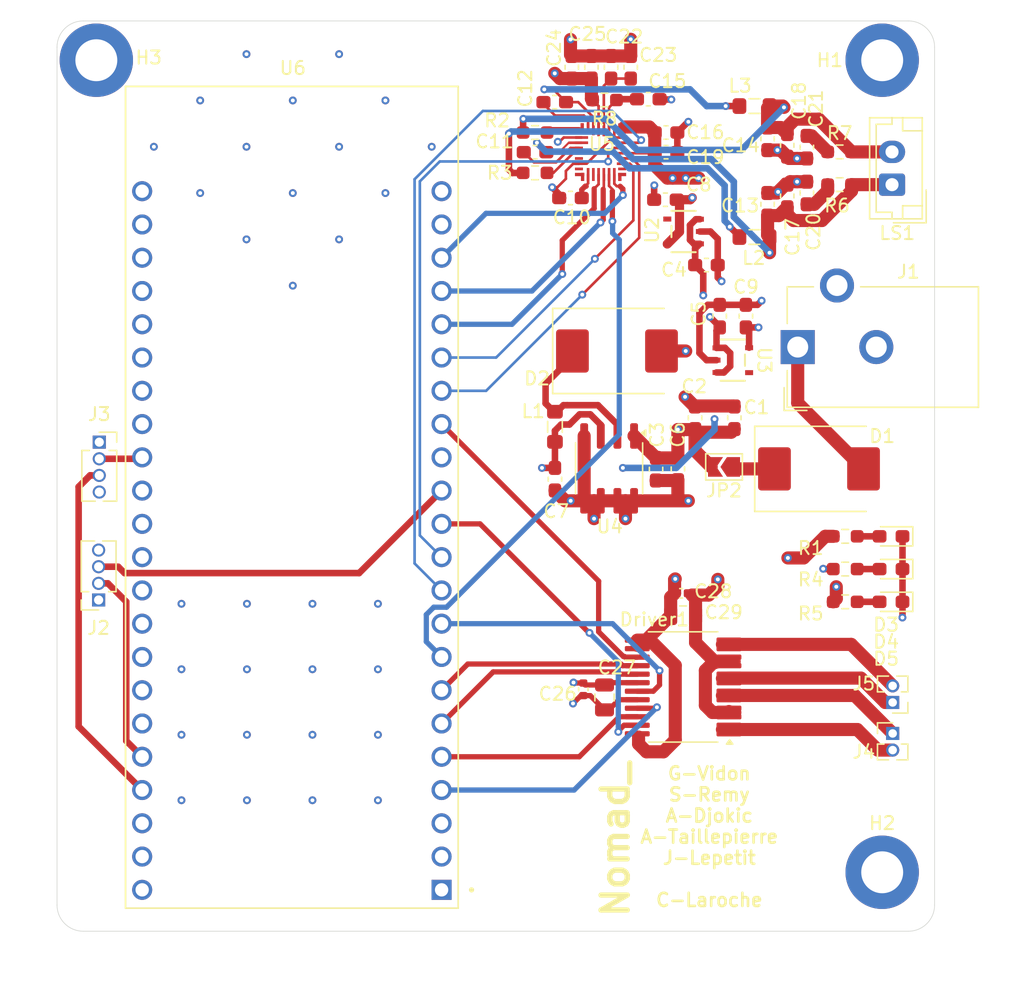
<source format=kicad_pcb>
(kicad_pcb (version 20241229) (generator "pcbnew") (generator_version "9.0")
  (layers (0 "F.Cu" signal) (4 "In1.Cu" signal) (6 "In2.Cu" signal) (2 "B.Cu" signal) (13 "F.Paste" user) (15 "B.Paste" user) (5 "F.SilkS" user "F.Silkscreen") (7 "B.SilkS" user "B.Silkscreen") (1 "F.Mask" user) (3 "B.Mask" user) (25 "Edge.Cuts" user))
  (net 0 "")
  (net 1 "12V")
  (net 2 "GND")
  (net 3 "5V")
  (net 4 "1.8V")
  (net 5 "3.3V")
  (net 6 "Net-(U5-DREG)")
  (net 7 "/OUT_P")
  (net 8 "Net-(U5-BST_P)")
  (net 9 "/OUT_N")
  (net 10 "Net-(U5-BST_N)")
  (net 11 "/VSNS_P")
  (net 12 "/VSNS_N")
  (net 13 "Net-(U5-PVDD_SNS)")
  (net 14 "Net-(C20-Pad1)")
  (net 15 "Net-(C21-Pad1)")
  (net 16 "Net-(U5-VBAT1S)")
  (net 17 "Net-(D1-A)")
  (net 18 "Net-(D2-K)")
  (net 19 "Net-(D3-A)")
  (net 20 "Net-(D4-A)")
  (net 21 "Net-(D5-A)")
  (net 22 "Net-(U5-VSNSN)")
  (net 23 "Net-(U5-VSNSP)")
  (net 25 "SDZ")
  (net 26 "SDIN")
  (net 27 "AIN1")
  (net 28 "STBY")
  (net 29 "SCL")
  (net 30 "PWMB")
  (net 31 "BO2")
  (net 33 "SDA")
  (net 34 "AIN2")
  (net 35 "IRQZ")
  (net 36 "AO2")
  (net 37 "SBCLK")
  (net 38 "FSYNC")
  (net 39 "SDOUT")
  (net 40 "AO1")
  (net 41 "BO1")
  (net 42 "BIN1")
  (net 51 "PWMA")
  (net 52 "BIN2")
  (net 53 "Echo_cap_2")
  (net 54 "Trig_cap_2")
  (net 55 "Trig_cap_1")
  (net 56 "Echo_cap_1")
  (net 75 "Net-(D1-K)")
  (footprint "footprints:SSOP5_ROM-L" (layer "F.Cu") (at 120.83665 54.07895 180)
    (property "Reference" "U2")
    (property "Value" "BU18SD5WG-TL")
  )
  (footprint "Capacitor_SMD:C_0603_1608Metric_Pad1.08x0.95mm_HandSolder" (layer "F.Cu") (at 115.3 41.537499 90)
    (property "Reference" "C22")
    (property "Value" "1u")
  )
  (footprint "Capacitor_SMD:C_0603_1608Metric_Pad1.08x0.95mm_HandSolder" (layer "F.Cu") (at 128.75 51.3625 90)
    (property "Reference" "C17")
    (property "Value" "1nf")
  )
  (footprint "Capacitor_SMD:C_0603_1608Metric_Pad1.08x0.95mm_HandSolder" (layer "F.Cu") (at 128.75 47.5 -90)
    (property "Reference" "C18")
    (property "Value" "1nf")
  )
  (footprint "Connector_JST:JST_EH_B2B-EH-A_1x02_P2.50mm_Vertical" (layer "F.Cu") (at 136.75 50.5 90)
    (property "Reference" "LS1")
    (property "Value" "Speaker")
  )
  (footprint "footprints:XCVR_ESP32-S3-DEVKITC-1-N8R2" (layer "F.Cu") (at 90.93 74.37 180)
    (property "Reference" "U6")
    (property "Value" "ESP32-S3-DEVKITC-1-N8R2")
  )
  (footprint "LED_SMD:LED_0603_1608Metric_Pad1.05x0.95mm_HandSolder" (layer "F.Cu") (at 136.674999 82.35 180)
    (property "Reference" "D5")
    (property "Value" "LED_Small")
  )
  (footprint "MountingHole:MountingHole_3.2mm_M3_DIN965_Pad" (layer "F.Cu") (at 136 41 180)
    (property "Reference" "H1")
    (property "Value" "MountingHole_Pad")
  )
  (footprint "Capacitor_SMD:C_0603_1608Metric_Pad1.08x0.95mm_HandSolder" (layer "F.Cu") (at 130.249999 51.1375 90)
    (property "Reference" "C20")
    (property "Value" "10nf")
  )
  (footprint "Capacitor_SMD:C_0603_1608Metric_Pad1.08x0.95mm_HandSolder" (layer "F.Cu") (at 109.496808 48.0202)
    (property "Reference" "C11")
    (property "Value" "0.1u")
  )
  (footprint "Package_SO:SSOP-24_5.3x8.2mm_P0.65mm" (layer "F.Cu") (at 120.8 88.85 180)
    (property "Reference" "Driver1")
    (property "Value" "TB6612FNG")
  )
  (footprint "Resistor_SMD:R_0603_1608Metric_Pad0.98x0.95mm_HandSolder" (layer "F.Cu") (at 132.75 50.5)
    (property "Reference" "R6")
    (property "Value" "3.3")
  )
  (footprint "Capacitor_SMD:C_0603_1608Metric_Pad1.08x0.95mm_HandSolder" (layer "F.Cu") (at 124.7125 68.3 90)
    (property "Reference" "C1")
    (property "Value" "100n")
  )
  (footprint "Capacitor_SMD:C_0603_1608Metric_Pad1.08x0.95mm_HandSolder" (layer "F.Cu") (at 111.015 72.9875 -90)
    (property "Reference" "C7")
    (property "Value" "180u")
  )
  (footprint "Capacitor_SMD:C_0603_1608Metric_Pad1.08x0.95mm_HandSolder" (layer "F.Cu") (at 118.735 72.225 -90)
    (property "Reference" "C3")
    (property "Value" "470u")
  )
  (footprint "MountingHole:MountingHole_3.2mm_M3_DIN965_Pad" (layer "F.Cu") (at 136 103)
    (property "Reference" "H2")
    (property "Value" "MountingHole_Pad")
  )
  (footprint "Capacitor_SMD:C_0603_1608Metric_Pad1.08x0.95mm_HandSolder" (layer "F.Cu") (at 111 44.2)
    (property "Reference" "C12")
    (property "Value" "0.1u")
  )
  (footprint "Capacitor_SMD:C_0603_1608Metric_Pad1.08x0.95mm_HandSolder" (layer "F.Cu") (at 121.7125 68.3 90)
    (property "Reference" "C2")
    (property "Value" "100u")
  )
  (footprint "LED_SMD:LED_0603_1608Metric_Pad1.05x0.95mm_HandSolder" (layer "F.Cu") (at 136.674999 77.35 180)
    (property "Reference" "D3")
    (property "Value" "LED_Small")
  )
  (footprint "Package_SO:SOIC-8_3.9x4.9mm_P1.27mm" (layer "F.Cu") (at 115.15 72.162501 -90)
    (property "Reference" "U4")
    (property "Value" "XL1509-5.0")
  )
  (footprint "footprints:SSOP5_ROM-L" (layer "F.Cu") (at 124.5946 63.9)
    (property "Reference" "U3")
    (property "Value" "BU33SD5WG-TR")
  )
  (footprint "Capacitor_SMD:C_0603_1608Metric_Pad1.08x0.95mm_HandSolder" (layer "F.Cu") (at 113.8 41.537499 90)
    (property "Reference" "C25")
    (property "Value" "0.1u")
  )
  (footprint "Inductor_SMD:L_0805_2012Metric_Pad1.05x1.20mm_HandSolder" (layer "F.Cu") (at 126.25 44.5)
    (property "Reference" "L3")
    (property "Value" "10u")
  )
  (footprint "Capacitor_SMD:C_0603_1608Metric_Pad1.08x0.95mm_HandSolder" (layer "F.Cu") (at 127.25 47 90)
    (property "Reference" "C14")
    (property "Value" "680n")
  )
  (footprint "Diode_SMD:D_SMC" (layer "F.Cu") (at 115.75 63.2)
    (property "Reference" "D2")
    (property "Value" "MBRS320")
  )
  (footprint "Connector_PinSocket_1.27mm:PinSocket_1x04_P1.27mm_Vertical" (layer "F.Cu") (at 76.225 70.16)
    (property "Reference" "J3")
    (property "Value" "Conn_01x04_Socket")
  )
  (footprint "Capacitor_SMD:C_0603_1608Metric_Pad1.08x0.95mm_HandSolder" (layer "F.Cu") (at 119.496808 46.5202)
    (property "Reference" "C16")
    (property "Value" "1u")
  )
  (footprint "Capacitor_SMD:C_0603_1608Metric_Pad1.08x0.95mm_HandSolder" (layer "F.Cu") (at 119.496808 48.0202)
    (property "Reference" "C19")
    (property "Value" "4.7u")
  )
  (footprint "Resistor_SMD:R_0603_1608Metric_Pad0.98x0.95mm_HandSolder" (layer "F.Cu") (at 109.496808 49.6 180)
    (property "Reference" "R3")
    (property "Value" "1k")
  )
  (footprint "Capacitor_SMD:C_0603_1608Metric_Pad1.08x0.95mm_HandSolder" (layer "F.Cu") (at 112.2 51.5202 180)
    (property "Reference" "C10")
    (property "Value" "1u")
  )
  (footprint "Resistor_SMD:R_0603_1608Metric_Pad0.98x0.95mm_HandSolder" (layer "F.Cu") (at 133.174999 82.35)
    (property "Reference" "R5")
    (property "Value" "82")
  )
  (footprint "MountingHole:MountingHole_3.2mm_M3_DIN965_Pad" (layer "F.Cu") (at 76 41)
    (property "Reference" "H3")
    (property "Value" "MountingHole_Pad")
  )
  (footprint "Connector_PinSocket_1.27mm:PinSocket_1x04_P1.27mm_Vertical" (layer "F.Cu") (at 76.175 82.21 180)
    (property "Reference" "J2")
    (property "Value" "Conn_01x04_Socket")
  )
  (footprint "Connector_PinHeader_1.27mm:PinHeader_1x02_P1.27mm_Vertical" (layer "F.Cu") (at 136.8 92.4)
    (property "Reference" "J5")
    (property "Value" "Conn_01x02_Socket")
  )
  (footprint "Resistor_SMD:R_0603_1608Metric_Pad0.98x0.95mm_HandSolder" (layer "F.Cu") (at 133.174999 77.35)
    (property "Reference" "R1")
    (property "Value" "470")
  )
  (footprint "Capacitor_SMD:C_0603_1608Metric_Pad1.08x0.95mm_HandSolder" (layer "F.Cu") (at 112.3 41.537499 90)
    (property "Reference" "C24")
    (property "Value" "22u")
  )
  (footprint "Capacitor_SMD:C_0402_1005Metric" (layer "F.Cu") (at 113.18125 89.029999 90)
    (property "Reference" "C26")
    (property "Value" "100n")
  )
  (footprint "Inductor_SMD:L_0805_2012Metric_Pad1.05x1.20mm_HandSolder" (layer "F.Cu") (at 126.25 54.5)
    (property "Reference" "L2")
    (property "Value" "10u")
  )
  (footprint "Capacitor_SMD:C_0603_1608Metric_Pad1.08x0.95mm_HandSolder" (layer "F.Cu") (at 123.5946 60.537499 90)
    (property "Reference" "C5")
    (property "Value" "1u")
  )
  (footprint "Connector_PinHeader_1.27mm:PinHeader_1x02_P1.27mm_Vertical" (layer "F.Cu") (at 136.8 90.035 180)
    (property "Reference" "J4")
    (property "Value" "Conn_01x02_Socket")
  )
  (footprint "Capacitor_SMD:C_0603_1608Metric_Pad1.08x0.95mm_HandSolder" (layer "F.Cu") (at 118.140691 43.975)
    (property "Reference" "C15")
    (property "Value" "3.3n")
  )
  (footprint "Resistor_SMD:R_0603_1608Metric_Pad0.98x0.95mm_HandSolder" (layer "F.Cu") (at 114.8 44.037499 180)
    (property "Reference" "R8")
    (property "Value" "2.2k")
  )
  (footprint "footprints:VQFN-HR_RYA_TEX" (layer "F.Cu") (at 114.496808 48.0202)
    (property "Reference" "U5")
    (property "Value" "PTAS2780RYAR")
  )
  (footprint "Capacitor_SMD:C_0603_1608Metric_Pad1.08x0.95mm_HandSolder" (layer "F.Cu") (at 122.58125 56.63915)
    (property "Reference" "C4")
    (property "Value" "1u")
  )
  (footprint "Jumper:SolderJumper-2_P1.3mm_Open_TrianglePad1.0x1.5mm" (layer "F.Cu") (at 123.925001 72.05 180)
    (property "Reference" "JP2")
    (property "Value" "SolderJumper_2_Open")
  )
  (footprint "Capacitor_SMD:C_0603_1608Metric_Pad1.08x0.95mm_HandSolder" (layer "F.Cu") (at 125.5946 60.537499 90)
    (property "Reference" "C9")
    (property "Value" "1u")
  )
  (footprint "Inductor_SMD:L_0805_2012Metric_Pad1.05x1.20mm_HandSolder" (layer "F.Cu") (at 111.015 68.987501 -90)
    (property "Reference" "L1")
    (property "Value" "68u")
  )
  (footprint "Capacitor_SMD:C_0402_1005Metric" (layer "F.Cu") (at 120.65 81.7)
    (property "Reference" "C28")
    (property "Value" "100n")
  )
  (footprint "Capacitor_SMD:C_0603_1608Metric_Pad1.08x0.95mm_HandSolder" (layer "F.Cu") (at 120.4 72.2 -90)
    (property "Reference" "C6")
    (property "Value" "105n")
  )
  (footprint "Resistor_SMD:R_0603_1608Metric_Pad0.98x0.95mm_HandSolder" (layer "F.Cu") (at 109.496808 46.5202)
    (property "Reference" "R2")
    (property "Value" "1k")
  )
  (footprint "Capacitor_SMD:C_0603_1608Metric_Pad1.08x0.95mm_HandSolder" (layer "F.Cu") (at 119.45 51.65 180)
    (property "Reference" "C8")
    (property "Value" "1u")
  )
  (footprint "Resistor_SMD:R_0603_1608Metric_Pad0.98x0.95mm_HandSolder" (layer "F.Cu") (at 133.174999 79.85)
    (property "Reference" "R4")
    (property "Value" "120")
  )
  (footprint "Capacitor_SMD:C_0603_1608Metric_Pad1.08x0.95mm_HandSolder" (layer "F.Cu") (at 127.25 52 -90)
    (property "Reference" "C13")
    (property "Value" "680n")
  )
  (footprint "Capacitor_SMD:C_0805_2012Metric" (layer "F.Cu") (at 120.8 83.4)
    (property "Reference" "C29")
    (property "Value" "10u")
  )
  (footprint "Diode_SMD:D_SMC" (layer "F.Cu") (at 131.175001 72.2)
    (property "Reference" "D1")
    (property "Value" "MBRS320")
  )
  (footprint "Capacitor_SMD:C_0603_1608Metric_Pad1.08x0.95mm_HandSolder" (layer "F.Cu") (at 130.25 47.637499 -90)
    (property "Reference" "C21")
    (property "Value" "10nf")
  )
  (footprint "Capacitor_SMD:C_0805_2012Metric" (layer "F.Cu") (at 114.8 89.650001 90)
    (property "Reference" "C27")
    (property "Value" "10u" (hide yes))
  )
  (footprint "Resistor_SMD:R_0603_1608Metric_Pad0.98x0.95mm_HandSolder" (layer "F.Cu") (at 132.75 48)
    (property "Reference" "R7")
    (property "Value" "3.3")
  )
  (footprint "LED_SMD:LED_0603_1608Metric_Pad1.05x0.95mm_HandSolder" (layer "F.Cu") (at 136.674999 79.85 180)
    (property "Reference" "D4")
    (property "Value" "LED_Small")
  )
  (footprint "Connector_BarrelJack:BarrelJack_CUI_PJ-102AH_Horizontal" (layer "F.Cu") (at 129.55 62.9 90)
    (property "Reference" "J1")
    (property "Value" "Barrel_Jack")
  )
  (footprint "Capacitor_SMD:C_0603_1608Metric_Pad1.08x0.95mm_HandSolder" (layer "F.Cu") (at 116.8 41.537499 90)
    (property "Reference" "C23")
    (property "Value" "0.1u")
  )
  (gr_arc (start 73 40) (mid 73.585786 38.585786) (end 75 38) (stroke (width 0.05)) (layer "Edge.Cuts"))
  (gr_line (start 73 40) (end 73 105.5) (stroke (width 0.05)) (layer "Edge.Cuts"))
  (gr_line (start 140 105.5) (end 140 40) (stroke (width 0.05)) (layer "Edge.Cuts"))
  (gr_line (start 75 107.5) (end 138 107.5) (stroke (width 0.05)) (layer "Edge.Cuts"))
  (gr_arc (start 75 107.5) (mid 73.585786 106.914214) (end 73 105.5) (stroke (width 0.05)) (layer "Edge.Cuts"))
  (gr_line (start 138 38) (end 75 38) (stroke (width 0.05)) (layer "Edge.Cuts"))
  (gr_arc (start 140 105.5) (mid 139.414214 106.914214) (end 138 107.5) (stroke (width 0.05)) (layer "Edge.Cuts"))
  (gr_arc (start 138 38) (mid 139.414214 38.585786) (end 140 40) (stroke (width 0.05)) (layer "Edge.Cuts"))
  (gr_text "G-Vidon\nS-Remy\nA-Djokic\nA-Taillepierre\nJ-Lepetit\n\nC-Laroche\n" (at 122.8 105.7 0) (layer "F.SilkS") (effects (font (size 1 1) (thickness 0.2) (bold yes)) (justify bottom)))
  (gr_text "Nomad_" (at 116.8 100.5 90) (layer "F.SilkS") (effects (font (size 2 2) (thickness 0.4) (bold yes)) (justify bottom)))
  (segment (start 120.2 80.6) (end 120.149 80.651) (width 1) (layer "F.Cu") (net 1))
  (segment (start 128.8 79) (end 130 79) (width 1) (layer "F.Cu") (net 1))
  (segment (start 119.85 81.999) (end 120.149 81.7) (width 1) (layer "F.Cu") (net 1))
  (segment (start 121.7125 69.162501) (end 121.7125 70.818403) (width 1) (layer "F.Cu") (net 1))
  (segment (start 117.4 93.2) (end 117.4 92.676) (width 1) (layer "F.Cu") (net 1))
  (segment (start 119.85 83.4) (end 117.576 85.674) (width 1) (layer "F.Cu") (net 1))
  (segment (start 124.7125 69.242501) (end 124.7125 69.162501) (width 0.5) (layer "F.Cu") (net 1))
  (segment (start 117.060002 69.687501) (end 118.735 71.362499) (width 1) (layer "F.Cu") (net 1))
  (segment (start 119.3 93.8) (end 118 93.8) (width 1) (layer "F.Cu") (net 1))
  (segment (start 124.4725 69.162501) (end 124.7125 69.162501) (width 0.5) (layer "F.Cu") (net 1))
  (segment (start 117.576 85.674) (end 117.3 85.674) (width 1) (layer "F.Cu") (net 1))
  (segment (start 124.474001 69.401) (end 124.7125 69.162501) (width 1) (layer "F.Cu") (net 1))
  (segment (start 111.4 42.4) (end 111 42) (width 1) (layer "F.Cu") (net 1))
  (segment (start 120.2 87.2) (end 120.2 92.9) (width 1) (layer "F.Cu") (net 1))
  (segment (start 117.3 85.275) (end 118.275 85.275) (width 1) (layer "F.Cu") (net 1))
  (segment (start 118.275 85.275) (end 120.2 87.2) (width 1) (layer "F.Cu") (net 1))
  (segment (start 117.055 69.687501) (end 117.060002 69.687501) (width 1) (layer "F.Cu") (net 1))
  (segment (start 112.3 42.4) (end 113.8 42.4) (width 1) (layer "F.Cu") (net 1))
  (segment (start 120.375 71.362499) (end 120.4 71.337499) (width 1) (layer "F.Cu") (net 1))
  (segment (start 118.735 71.362499) (end 120.375 71.362499) (width 1) (layer "F.Cu") (net 1))
  (segment (start 121.675001 69.2) (end 121.7125 69.162501) (width 1) (layer "F.Cu") (net 1))
  (segment (start 120.4 69.2) (end 121.675001 69.2) (width 1) (layer "F.Cu") (net 1))
  (segment (start 130 79) (end 131.65 77.35) (width 1) (layer "F.Cu") (net 1))
  (segment (start 114.346808 44.496807) (end 113.8875 44.037499) (width 0.2) (layer "F.Cu") (net 1))
  (segment (start 113.8 42.4) (end 113.8 43.949999) (width 1) (layer "F.Cu") (net 1))
  (segment (start 131.65 77.35) (end 132.262499 77.35) (width 1) (layer "F.Cu") (net 1))
  (segment (start 119.85 83.4) (end 119.85 81.999) (width 1) (layer "F.Cu") (net 1))
  (segment (start 113.8 43.949999) (end 113.8875 44.037499) (width 1) (layer "F.Cu") (net 1))
  (segment (start 121.7125 69.162501) (end 121.950999 69.401) (width 1) (layer "F.Cu") (net 1))
  (segment (start 120.2 92.9) (end 119.3 93.8) (width 1) (layer "F.Cu") (net 1))
  (segment (start 120.4 71.337499) (end 120.4 69.2) (width 1) (layer "F.Cu") (net 1))
  (segment (start 121.7125 70.818403) (end 122.944097 72.05) (width 1) (layer "F.Cu") (net 1))
  (segment (start 121.950999 69.401) (end 124.474001 69.401) (width 1) (layer "F.Cu") (net 1))
  (segment (start 114.346808 46.3107) (end 114.346808 44.496807) (width 0.2) (layer "F.Cu") (net 1))
  (segment (start 112.3 42.4) (end 111.4 42.4) (width 1) (layer "F.Cu") (net 1))
  (segment (start 120.149 80.651) (end 120.149 81.7) (width 1) (layer "F.Cu") (net 1))
  (segment (start 118 93.8) (end 117.4 93.2) (width 1) (layer "F.Cu") (net 1))
  (via (at 111 42) (size 0.6) (drill 0.3) (layers "F.Cu" "B.Cu") (net 1))
  (via (at 120.4 69.2) (size 0.6) (drill 0.3) (layers "F.Cu" "B.Cu") (net 1))
  (via (at 128.8 79) (size 0.6) (drill 0.3) (layers "F.Cu" "B.Cu") (net 1))
  (via (at 120.2 80.6) (size 0.6) (drill 0.3) (layers "F.Cu" "B.Cu") (net 1))
  (segment (start 115.267599 47.067599) (end 115.546808 46.788391) (width 0.2) (layer "F.Cu") (net 2))
  (segment (start 123.263442 86.974) (end 123.115442 86.974) (width 1) (layer "F.Cu") (net 2))
  (segment (start 121.2 45.7) (end 121.179508 45.7) (width 0.5) (layer "F.Cu") (net 2))
  (segment (start 110.8 50.7) (end 111.6 51.5) (width 0.5) (layer "F.Cu") (net 2))
  (segment (start 112.468749 88.549999) (end 112.43125 88.5125) (width 0.4) (layer "F.Cu") (net 2))
  (segment (start 111.634307 51.5202) (end 111.5202 51.5202) (width 0.5) (layer "F.Cu") (net 2))
  (segment (start 120.315 74.500002) (end 120.477501 74.500003) (width 0.5) (layer "F.Cu") (net 2))
  (segment (start 128.051841 51.051841) (end 127.966182 51.137499) (width 1) (layer "F.Cu") (net 2))
  (segment (start 120.375 73.087501) (end 120.4 73.062501) (width 1) (layer "F.Cu") (net 2))
  (segment (start 122.747471 81.836) (end 123.450999 81.132472) (width 1) (layer "F.Cu") (net 2))
  (segment (start 112.846799 48.9074) (end 112.4 48.9074) (width 0.2) (layer "F.Cu") (net 2))
  (segment (start 111.2 50.7) (end 110.8 50.7) (width 0.2) (layer "F.Cu") (net 2))
  (segment (start 127.25 47.862501) (end 128 47.862501) (width 1) (layer "F.Cu") (net 2))
  (segment (start 123.443751 56.63915) (end 123.443751 57.586051) (width 0.5) (layer "F.Cu") (net 2))
  (segment (start 128.75 50.499999) (end 128.603682 50.499999) (width 1) (layer "F.Cu") (net 2))
  (segment (start 113.245 69.687501) (end 113.245 74.637502) (width 0.5) (layer "F.Cu") (net 2))
  (segment (start 122.5 90.258558) (end 123.041442 90.8) (width 1) (layer "F.Cu") (net 2))
  (segment (start 111.802499 74.637501) (end 111.015 73.850002) (width 0.5) (layer "F.Cu") (net 2))
  (segment (start 128.25 47.862501) (end 128.75 48.362501) (width 1) (layer "F.Cu") (net 2))
  (segment (start 113.282502 74.6) (end 113.245 74.637502) (width 0.5) (layer "F.Cu") (net 2))
  (segment (start 113.331253 88.700002) (end 113.18125 88.549999) (width 0.4) (layer "F.Cu") (net 2))
  (segment (start 113.245 74.637501) (end 111.8025 74.637501) (width 1) (layer "F.Cu") (net 2))
  (segment (start 115.267599 47.067599) (end 115.435198 46.9) (width 0.2) (layer "F.Cu") (net 2))
  (segment (start 113.245 74.637502) (end 112.215 74.637502) (width 0.5) (layer "F.Cu") (net 2))
  (segment (start 130.249999 50.274999) (end 129.5 50.274999) (width 1) (layer "F.Cu") (net 2))
  (segment (start 122.5 87.589442) (end 122.5 90.258558) (width 1) (layer "F.Cu") (net 2))
  (segment (start 113.435198 48.900001) (end 115.267599 47.067599) (width 0.2) (layer "F.Cu") (net 2))
  (segment (start 112.846799 48.900001) (end 112.846799 48.9074) (width 0.2) (layer "F.Cu") (net 2))
  (segment (start 121.750999 67.399) (end 121.7125 67.437499) (width 1) (layer "F.Cu") (net 2))
  (segment (start 114 74.637501) (end 113.245 74.637501) (width 1) (layer "F.Cu") (net 2))
  (segment (start 128.975 50.274999) (end 128.75 50.499999) (width 1) (layer "F.Cu") (net 2))
  (segment (start 123.5946 59.674998) (end 122.679802 59.674998) (width 0.5) (layer "F.Cu") (net 2))
  (segment (start 125.594599 59.674998) (end 123.5946 59.674998) (width 0.5) (layer "F.Cu") (net 2))
  (segment (start 111.230707 47.228699) (end 111.358127 47.228699) (width 0.2) (layer "F.Cu") (net 2))
  (segment (start 119.028192 44) (end 119.003192 43.975) (width 0.5) (layer "F.Cu") (net 2))
  (segment (start 124.7125 67.437499) (end 124.674001 67.399) (width 1) (layer "F.Cu") (net 2))
  (segment (start 137.549998 82.349999) (end 137.549998 77.350001) (width 0.5) (layer "F.Cu") (net 2))
  (segment (start 118.587499 51.65) (end 118.587499 50.562501) (width 0.5) (layer "F.Cu") (net 2))
  (segment (start 128 47.862501) (end 128.25 47.862501) (width 1) (layer "F.Cu") (net 2))
  (segment (start 130.25 48.5) (end 129.5 48.5) (width 1) (layer "F.Cu") (net 2))
  (segment (start 123.115442 86.974) (end 122.5 87.589442) (width 1) (layer "F.Cu") (net 2))
  (segment (start 112.203192 39.417299) (end 112.203192 40.57819) (width 1) (layer "F.Cu") (net 2))
  (segment (start 126.479802 59.674998) (end 126.7946 59.360201) (width 0.5) (layer "F.Cu") (net 2))
  (segment (start 122.594601 63.9) (end 123.35 63.9) (width 0.5) (layer "F.Cu") (net 2))
  (segment (start 120.359308 46.5202) (end 120.359309 48.0202) (width 0.5) (layer "F.Cu") (net 2))
  (segment (start 121.687499 67.437499) (end 120.95 66.7) (width 1) (layer "F.Cu") (net 2))
  (segment (start 129.5 48.5) (end 128.887499 48.5) (width 1) (layer "F.Cu") (net 2))
  (segment (start 128.603682 50.499999) (end 128.051841 51.051841) (width 1) (layer "F.Cu") (net 2))
  (segment (start 112.3 40.674998) (end 116.8 40.674998) (width 1) (layer "F.Cu") (net 2))
  (segment (start 121.75 83.4) (end 121.75 85.460558) (width 1) (layer "F.Cu") (net 2))
  (segment (start 121.179508 45.7) (end 120.359309 46.520199) (width 0.5) (layer "F.Cu") (net 2))
  (segment (start 122.886051 54.07895) (end 122.08125 54.07895) (width 0.5) (layer "F.Cu") (net 2))
  (segment (start 116.4 74.637501) (end 116.4 76) (width 1) (layer "F.Cu") (net 2))
  (segment (start 111.85 50.05) (end 111.2 50.7) (width 0.2) (layer "F.Cu") (net 2))
  (segment (start 124.226 90.8) (end 124.3 90.726) (width 1) (layer "F.Cu") (net 2))
  (segment (start 116.8 40.674998) (end 116.8 39.4) (width 1) (layer "F.Cu") (net 2))
  (segment (start 121.75 82.100001) (end 121.485999 81.836) (width 1) (layer "F.Cu") (net 2))
  (segment (start 125.594599 59.674998) (end 126.479802 59.674998) (width 0.5) (layer "F.Cu") (net 2))
  (segment (start 121.75 83.4) (end 121.75 82.100001) (width 1) (layer "F.Cu") (net 2))
  (segment (start 112.4 48.9074) (end 111.85 49.4574) (width 0.2) (layer "F.Cu") (net 2))
  (segment (start 137.549998 82.349999) (end 137.549998 83.543751) (width 0.5) (layer "F.Cu") (net 2))
  (segment (start 117.3 88.525) (end 115.274999 88.525) (width 0.4) (layer "F.Cu") (net 2))
  (segment (start 112.846799 48.900001) (end 113.435198 48.900001) (width 0.2) (layer "F.Cu") (net 2))
  (segment (start 111.85 49.4574) (end 111.85 50.05) (width 0.2) (layer "F.Cu") (net 2))
  (segment (start 111.6 51.5) (end 111.614107 51.5) (width 0.5) (layer "F.Cu") (net 2))
  (segment (start 123.450999 81.132472) (end 123.450999 80.635001) (width 1) (layer "F.Cu") (net 2))
  (segment (start 129.5 50.274999) (end 128.975 50.274999) (width 1) (layer "F.Cu") (net 2))
  (segment (start 121.7125 67.437499) (end 121.687499 67.437499) (width 1) (layer "F.Cu") (net 2))
  (segment (start 111.686826 46.9) (end 113.05 46.9) (width 0.2) (layer "F.Cu") (net 2))
  (segment (start 122.047301 63.3527) (end 122.594601 63.9) (width 0.5) (layer "F.Cu") (net 2))
  (segment (start 123.443751 54.636651) (end 122.886051 54.07895) (width 0.5) (layer "F.Cu") (net 2))
  (segment (start 121.2 74.637501) (end 117.055 74.637501) (width 1) (layer "F.Cu") (net 2))
  (segment (start 115.546808 46.788391) (end 115.546808 46.1202) (width 0.2) (layer "F.Cu") (net 2))
  (segment (start 115.274999 88.525) (end 115.099997 88.700002) (width 0.4) (layer "F.Cu") (net 2))
  (segment (start 124.75 90.8) (end 124.05 90.8) (width 1) (layer "F.Cu") (net 2))
  (segment (start 111.614107 51.5) (end 111.634307 51.5202) (width 0.5) (layer "F.Cu") (net 2))
  (segment (start 119.15 63.2) (end 121 63.2) (width 1) (layer "F.Cu") (net 2))
  (segment (start 128.887499 48.5) (end 128.75 48.362501) (width 1) (layer "F.Cu") (net 2))
  (segment (start 124.674001 67.399) (end 121.750999 67.399) (width 1) (layer "F.Cu") (net 2))
  (segment (start 123.041442 90.8) (end 124.226 90.8) (width 1) (layer "F.Cu") (net 2))
  (segment (start 113.245 74.637501) (end 113.245 69.687501) (width 1) (layer "F.Cu") (net 2))
  (segment (start 122.047301 60.307499) (end 122.047301 63.3527) (width 0.5) (layer "F.Cu") (net 2))
  (segment (start 120.4 74.415002) (end 120.215002 74.6) (width 1) (layer "F.Cu") (net 2))
  (segment (start 112.215 74.637502) (end 111.802499 74.637501) (width 0.5) (layer "F.Cu") (net 2))
  (segment (start 112.203192 40.57819) (end 112.3 40.674998) (width 1) (layer "F.Cu") (net 2))
  (segment (start 118.587499 50.562501) (end 118.6 50.55) (width 0.5) (layer "F.Cu") (net 2))
  (segment (start 125.594599 59.674998) (end 125.5946 59.7602) (width 0.5) (layer "F.Cu") (net 2))
  (segment (start 127.966182 51.137499) (end 127.25 51.137499) (width 1) (layer "F.Cu") (net 2))
  (segment (start 122.679802 59.674998) (end 122.047301 60.307499) (width 0.5) (layer "F.Cu") (net 2))
  (segment (start 115.435198 46.9) (end 116.146818 46.9) (width 0.2) (layer "F.Cu") (net 2))
  (segment (start 115.099997 88.700002) (end 113.331253 88.700002) (width 0.4) (layer "F.Cu") (net 2))
  (segment (start 119.9 44) (end 119.028192 44) (width 0.5) (layer "F.Cu") (net 2))
  (segment (start 123.443751 56.63915) (end 123.443751 54.636651) (width 0.5) (layer "F.Cu") (net 2))
  (segment (start 123.443751 57.586051) (end 123.73665 57.87895) (width 0.5) (layer "F.Cu") (net 2))
  (segment (start 120.315 74.500002) (end 120.215002 74.6) (width 0.5) (layer "F.Cu") (net 2))
  (segment (start 111.358127 47.228699) (end 111.686826 46.9) (width 0.2) (layer "F.Cu") (net 2))
  (segment (start 117.055 74.637501) (end 116.4 74.637501) (width 1) (layer "F.Cu") (net 2))
  (segment (start 121.75 85.460558) (end 123.263442 86.974) (width 1) (layer "F.Cu") (net 2))
  (segment (start 114 74.637501) (end 114 76) (width 1) (layer "F.Cu") (net 2))
  (segment (start 118.735 73.087501) (end 120.375 73.087501) (width 1) (layer "F.Cu") (net 2))
  (segment (start 137.549998 83.543751) (end 137.543749 83.55) (width 0.5) (layer "F.Cu") (net 2))
  (segment (start 112.41875 88.5125) (end 112.43125 88.5125) (width 0.3) (layer "F.Cu") (net 2))
  (segment (start 120.4 73.062501) (end 120.4 74.415002) (width 1) (layer "F.Cu") (net 2))
  (segment (start 124.7 86.9) (end 124 86.9) (width 1) (layer "F.Cu") (net 2))
  (segment (start 116.4 74.637501) (end 114 74.637501) (width 1) (layer "F.Cu") (net 2))
  (segment (start 111.8025 74.637501) (end 111.015 73.850001) (width 1) (layer "F.Cu") (net 2))
  (segment (start 113.18125 88.549999) (end 112.468749 88.549999) (width 0.4) (layer "F.Cu") (net 2))
  (segment (start 121.485999 81.836) (end 122.747471 81.836) (width 1) (layer "F.Cu") (net 2))
  (via (at 98.071068 44.071068) (size 0.6) (drill 0.3) (layers "F.Cu" "B.Cu") (net 2))
  (via (at 97.5 87.5) (size 0.6) (drill 0.3) (layers "F.Cu" "B.Cu") (net 2))
  (via (at 94.535534 40.535534) (size 0.6) (drill 0.3) (layers "F.Cu" "B.Cu") (net 2))
  (via (at 87.5 82.5) (size 0.6) (drill 0.3) (layers "F.Cu" "B.Cu") (net 2))
  (via (at 123.73665 57.87895) (size 0.6) (drill 0.3) (layers "F.Cu" "B.Cu") (net 2))
  (via (at 119.9 44) (size 0.6) (drill 0.3) (layers "F.Cu" "B.Cu") (net 2))
  (via (at 87.464466 47.606602) (size 0.6) (drill 0.3) (layers "F.Cu" "B.Cu") (net 2))
  (via (at 91 51.142136) (size 0.6) (drill 0.3) (layers "F.Cu" "B.Cu") (net 2))
  (via (at 97.5 97.5) (size 0.6) (drill 0.3) (layers "F.Cu" "B.Cu") (net 2))
  (via (at 129.5 48.5) (size 0.6) (drill 0.3) (layers "F.Cu" "B.Cu") (net 2))
  (via (at 111.230707 47.228699) (size 0.6) (drill 0.3) (layers "F.Cu" "B.Cu") (net 2))
  (via (at 87.464466 54.67767) (size 0.6) (drill 0.3) (layers "F.Cu" "B.Cu") (net 2))
  (via (at 83.928932 44.071068) (size 0.6) (drill 0.3) (layers "F.Cu" "B.Cu") (net 2))
  (via (at 118.6 50.55) (size 0.6) (drill 0.3) (layers "F.Cu" "B.Cu") (net 2))
  (via (at 121.2 74.637501) (size 0.6) (drill 0.3) (layers "F.Cu" "B.Cu") (net 2))
  (via (at 110.8 50.7) (size 0.6) (drill 0.3) (layers "F.Cu" "B.Cu") (net 2))
  (via (at 128.051841 51.051841) (size 0.6) (drill 0.3) (layers "F.Cu" "B.Cu") (net 2))
  (via (at 92.5 87.5) (size 0.6) (drill 0.3) (layers "F.Cu" "B.Cu") (net 2))
  (via (at 91 44.071068) (size 0.6) (drill 0.3) (layers "F.Cu" "B.Cu") (net 2))
  (via (at 123.450999 80.635001) (size 0.6) (drill 0.3) (layers "F.Cu" "B.Cu") (net 2))
  (via (at 137.543749 83.55) (size 0.6) (drill 0.3) (layers "F.Cu" "B.Cu") (net 2))
  (via (at 112.43125 88.5125) (size 0.6) (drill 0.3) (layers "F.Cu" "B.Cu") (net 2))
  (via (at 87.464466 40.535534) (size 0.6) (drill 0.3) (layers "F.Cu" "B.Cu") (net 2))
  (via (at 80.393398 47.606602) (size 0.6) (drill 0.3) (layers "F.Cu" "B.Cu") (net 2))
  (via (at 121.2 45.7) (size 0.6) (drill 0.3) (layers "F.Cu" "B.Cu") (net 2))
  (via (at 112.215 74.637502) (size 0.6) (drill 0.3) (layers "F.Cu" "B.Cu") (net 2))
  (via (at 112.203192 39.417299) (size 0.6) (drill 0.3) (layers "F.Cu" "B.Cu") (net 2))
  (via (at 91 58.213203) (size 0.6) (drill 0.3) (layers "F.Cu" "B.Cu") (net 2))
  (via (at 87.5 87.5) (size 0.6) (drill 0.3) (layers "F.Cu" "B.Cu") (net 2))
  (via (at 101.606602 47.606602) (size 0.6) (drill 0.3) (layers "F.Cu" "B.Cu") (net 2))
  (via (at 97.5 92.5) (size 0.6) (drill 0.3) (layers "F.Cu" "B.Cu") (net 2))
  (via (at 82.5 87.5) (size 0.6) (drill 0.3) (layers "F.Cu" "B.Cu") (net 2))
  (via (at 94.535534 54.67767) (size 0.6) (drill 0.3) (layers "F.Cu" "B.Cu") (net 2))
  (via (at 116.8 39.4) (size 0.6) (drill 0.3) (layers "F.Cu" "B.Cu") (net 2))
  (via (at 121 63.2) (size 0.6) (drill 0.3) (layers "F.Cu" "B.Cu") (net 2))
  (via (at 94.535534 47.606602) (size 0.6) (drill 0.3) (layers "F.Cu" "B.Cu") (net 2))
  (via (at 126.7946 59.360201) (size 0.6) (drill 0.3) (layers "F.Cu" "B.Cu") (net 2))
  (via (at 98.071068 51.142136) (size 0.6) (drill 0.3) (layers "F.Cu" "B.Cu") (net 2))
  (via (at 116.4 76) (size 0.6) (drill 0.3) (layers "F.Cu" "B.Cu") (net 2))
  (via (at 83.928932 51.142136) (size 0.6) (drill 0.3) (layers "F.Cu" "B.Cu") (net 2))
  (via (at 82.5 97.5) (size 0.6) (drill 0.3) (layers "F.Cu" "B.Cu") (net 2))
  (via (at 114 76) (size 0.6) (drill 0.3) (layers "F.Cu" "B.Cu") (net 2))
  (via (at 92.5 82.5) (size 0.6) (drill 0.3) (layers "F.Cu" "B.Cu") (net 2))
  (via (at 87.5 92.5) (size 0.6) (drill 0.3) (layers "F.Cu" "B.Cu") (net 2))
  (via (at 128 47.862501) (size 0.6) (drill 0.3) (layers "F.Cu" "B.Cu") (net 2))
  (via (at 82.5 92.5) (size 0.6) (drill 0.3) (layers "F.Cu" "B.Cu") (net 2))
  (via (at 87.5 97.5) (size 0.6) (drill 0.3) (layers "F.Cu" "B.Cu") (net 2))
  (via (at 92.5 92.5) (size 0.6) (drill 0.3) (layers "F.Cu" "B.Cu") (net 2))
  (via (at 97.5 82.5) (size 0.6) (drill 0.3) (layers "F.Cu" "B.Cu") (net 2))
  (via (at 92.5 97.5) (size 0.6) (drill 0.3) (layers "F.Cu" "B.Cu") (net 2))
  (via (at 129.5 50.274999) (size 0.6) (drill 0.3) (layers "F.Cu" "B.Cu") (net 2))
  (via (at 82.5 82.5) (size 0.6) (drill 0.3) (layers "F.Cu" "B.Cu") (net 2))
  (via (at 120.95 66.7) (size 0.6) (drill 0.3) (layers "F.Cu" "B.Cu") (net 2))
  (segment (start 124.3946 63.3602) (end 123.9946 62.9602) (width 0.5) (layer "F.Cu") (net 3))
  (segment (start 121.32545 54.72045) (end 121.32545 53.59015) (width 0.5) (layer "F.Cu") (net 3))
  (segment (start 123.35 64.8398) (end 123.915 64.8398) (width 0.5) (layer "F.Cu") (net 3))
  (segment (start 122.08125 55.01875) (end 121.62375 55.01875) (width 0.5) (layer "F.Cu") (net 3))
  (segment (start 121.718749 56.661049) (end 121.718749 56.63915) (width 0.5) (layer "F.Cu") (net 3))
  (segment (start 111.015 72.125) (end 111.015 70.137501) (width 0.5) (layer "F.Cu") (net 3))
  (segment (start 114.515 68.837501) (end 113.715 68.037501) (width 0.5) (layer "F.Cu") (net 3))
  (segment (start 121.718749 56.63915) (end 121.718749 55.97895) (width 0.5) (layer "F.Cu") (net 3))
  (segment (start 123.915 64.8398) (end 124.3946 64.3602) (width 0.5) (layer "F.Cu") (net 3))
  (segment (start 122.85 60.6) (end 123.5946 61.3446) (width 0.5) (layer "F.Cu") (net 3))
  (segment (start 121.718749 55.113749) (end 121.718749 55.97895) (width 0.5) (layer "F.Cu") (net 3))
  (segment (start 114.515001 69.687501) (end 114.515 68.837501) (width 0.5) (layer "F.Cu") (net 3))
  (segment (start 123.9946 62.9602) (end 123.35 62.9602) (width 0.5) (layer "F.Cu") (net 3))
  (segment (start 122.33665 58.95395) (end 122.33665 57.27895) (width 0.5) (layer "F.Cu") (net 3))
  (segment (start 110.024999 72.124999) (end 110 72.1) (width 0.5) (layer "F.Cu") (net 3))
  (segment (start 123.35 61.644599) (end 123.5946 61.4) (width 0.5) (layer "F.Cu") (net 3))
  (segment (start 113.715 68.037501) (end 112.9 68.037501) (width 0.5) (layer "F.Cu") (net 3))
  (segment (start 121.718749 55.97895) (end 121.718749 55.381251) (width 0.5) (layer "F.Cu") (net 3))
  (segment (start 122.33665 57.27895) (end 121.718749 56.661049) (width 0.5) (layer "F.Cu") (net 3))
  (segment (start 112.124 68.813501) (end 112.9 68.037501) (width 0.5) (layer "F.Cu") (net 3))
  (segment (start 123.5946 61.3446) (end 123.5946 61.4) (width 0.5) (layer "F.Cu") (net 3))
  (segment (start 121.718749 55.381251) (end 122.08125 55.01875) (width 0.5) (layer "F.Cu") (net 3))
  (segment (start 111.486499 68.813501) (end 112.124 68.813501) (width 0.5) (layer "F.Cu") (net 3))
  (segment (start 111.486499 68.813501) (end 111.015 69.285) (width 0.5) (layer "F.Cu") (net 3))
  (segment (start 121.32545 53.59015) (end 121.77645 53.13915) (width 0.5) (layer "F.Cu") (net 3))
  (segment (start 123.35 62.9602) (end 123.35 61.644599) (width 0.5) (layer "F.Cu") (net 3))
  (segment (start 121.77645 53.13915) (end 122.08125 53.13915) (width 0.5) (layer "F.Cu") (net 3))
  (segment (start 111.015 69.285) (end 111.015 70.137501) (width 0.5) (layer "F.Cu") (net 3))
  (segment (start 124.3946 64.3602) (end 124.3946 63.3602) (width 0.5) (layer "F.Cu") (net 3))
  (segment (start 111.015 72.124999) (end 110.024999 72.124999) (width 0.5) (layer "F.Cu") (net 3))
  (segment (start 121.62375 55.01875) (end 121.32545 54.72045) (width 0.5) (layer "F.Cu") (net 3))
  (via (at 122.85 60.6) (size 0.6) (drill 0.3) (layers "F.Cu" "B.Cu") (net 3))
  (via (at 116.2 72.124999) (size 0.6) (drill 0.3) (layers "F.Cu" "B.Cu") (net 3))
  (via (at 122.33665 58.95395) (size 0.6) (drill 0.3) (layers "F.Cu" "B.Cu") (net 3))
  (via (at 123.2 68.4) (size 0.6) (drill 0.3) (layers "F.Cu" "B.Cu") (net 3))
  (via (at 110.024999 72.124999) (size 0.6) (drill 0.3) (layers "F.Cu" "B.Cu") (net 3))
  (segment (start 120.275001 72.124999) (end 116.2 72.124999) (width 0.5) (layer "B.Cu") (net 3))
  (segment (start 123.2 69.2) (end 120.275001 72.124999) (width 0.5) (layer "B.Cu") (net 3))
  (segment (start 123.2 68.4) (end 123.2 69.2) (width 0.5) (layer "B.Cu") (net 3))
  (segment (start 119.6 50.0004) (end 118.634307 49.034707) (width 1) (layer "F.Cu") (net 4))
  (segment (start 120.52445 54.09905) (end 120.52445 51.861949) (width 0.7) (layer "F.Cu") (net 4))
  (segment (start 122 50.0004) (end 121 50.0004) (width 1) (layer "F.Cu") (net 4))
  (segment (start 121 50.0004) (end 120 50.0004) (width 1) (layer "F.Cu") (net 4))
  (segment (start 132.494749 82.11775) (end 132.262499 82.35) (width 1) (layer "F.Cu") (net 4))
  (segment (start 118.211508 46.0974) (end 116.349408 46.0974) (width 1) (layer "F.Cu") (net 4))
  (segment (start 116.146817 48.100001) (end 118.45 48.1) (width 0.2) (layer "F.Cu") (net 4))
  (segment (start 118.634308 46.5202) (end 118.634307 48.0202) (width 1) (layer "F.Cu") (net 4))
  (segment (start 120.52445 51.861949) (end 120.312501 51.65) (width 0.7) (layer "F.Cu") (net 4))
  (segment (start 120 50.0004) (end 119.6 50.0004) (width 1) (layer "F.Cu") (net 4))
  (segment (start 118.634308 46.5202) (end 118.211508 46.0974) (width 1) (layer "F.Cu") (net 4))
  (segment (start 118.45 48.1) (end 118.5298 48.0202) (width 0.2) (layer "F.Cu") (net 4))
  (segment (start 118.554506 48.100001) (end 118.634307 48.0202) (width 0.15) (layer "F.Cu") (net 4))
  (segment (start 132.494749 81.2) (end 132.494749 82.11775) (width 1) (layer "F.Cu") (net 4))
  (segment (start 121.5 51.5) (end 121.35 51.65) (width 0.7) (layer "F.Cu") (net 4))
  (segment (start 118.5298 48.0202) (end 118.634307 48.0202) (width 0.2) (layer "F.Cu") (net 4))
  (segment (start 118.634307 49.034707) (end 118.634307 48.0202) (width 1) (layer "F.Cu") (net 4))
  (segment (start 121.35 51.65) (end 120.312501 51.65) (width 0.7) (layer "F.Cu") (net 4))
  (segment (start 119.59205 55.03145) (end 120.52445 54.09905) (width 0.7) (layer "F.Cu") (net 4))
  (via (at 121.5 51.5) (size 0.6) (drill 0.3) (layers "F.Cu" "B.Cu") (net 4))
  (via (at 121 50.0004) (size 0.6) (drill 0.3) (layers "F.Cu" "B.Cu") (net 4))
  (via (at 120 50.0004) (size 0.6) (drill 0.3) (layers "F.Cu" "B.Cu") (net 4))
  (via (at 122 50.0004) (size 0.6) (drill 0.3) (layers "F.Cu" "B.Cu") (net 4))
  (via (at 132.494749 81.2) (size 0.6) (drill 0.3) (layers "F.Cu" "B.Cu") (net 4))
  (segment (start 125.8392 61.6446) (end 125.5946 61.4) (width 0.5) (layer "F.Cu") (net 5))
  (segment (start 113.709999 89.509999) (end 114.962501 90.7625) (width 0.4) (layer "F.Cu") (net 5))
  (segment (start 125.8392 62.9475) (end 125.8392 61.6446) (width 0.5) (layer "F.Cu") (net 5))
  (segment (start 114.962501 90.7625) (end 115.9 89.825) (width 0.4) (layer "F.Cu") (net 5))
  (segment (start 113.18125 89.509999) (end 112.996251 89.509999) (width 0.4) (layer "F.Cu") (net 5))
  (segment (start 131.518748 79.85) (end 132.262499 79.85) (width 0.5) (layer "F.Cu") (net 5))
  (segment (start 113.18125 89.509999) (end 113.709999 89.509999) (width 0.4) (layer "F.Cu") (net 5))
  (segment (start 126.5548 61.4) (end 125.5946 61.4) (width 0.5) (layer "F.Cu") (net 5))
  (segment (start 131.493749 79.825) (end 131.518748 79.85) (width 0.5) (layer "F.Cu") (net 5))
  (segment (start 112.996251 89.509999) (end 112.39375 90.1125) (width 0.4) (layer "F.Cu") (net 5))
  (segment (start 115.9 89.825) (end 117.3 89.825) (width 0.4) (layer "F.Cu") (net 5))
  (via (at 126.5548 61.4) (size 0.6) (drill 0.3) (layers "F.Cu" "B.Cu") (net 5))
  (via (at 112.39375 90.1125) (size 0.6) (drill 0.3) (layers "F.Cu" "B.Cu") (net 5))
  (via (at 131.493749 79.825) (size 0.6) (drill 0.3) (layers "F.Cu" "B.Cu") (net 5))
  (segment (start 113.062501 50.884306) (end 113.325512 50.621295) (width 0.4) (layer "F.Cu") (net 6))
  (segment (start 113.546807 50.4) (end 113.325512 50.621295) (width 0.2) (layer "F.Cu") (net 6))
  (segment (start 113.546807 49.725) (end 113.546807 50.4) (width 0.2) (layer "F.Cu") (net 6))
  (segment (start 113.325512 50.621295) (end 113.4 50.621295) (width 0.4) (layer "F.Cu") (net 6))
  (segment (start 113.062501 51.5202) (end 113.062501 50.884306) (width 0.4) (layer "F.Cu") (net 6))
  (segment (start 110.359309 48.0202) (end 111.348056 48.0202) (width 0.15) (layer "F.Cu") (net 7))
  (segment (start 109.639109 47.3) (end 110.359309 48.0202) (width 0.5) (layer "F.Cu") (net 7))
  (segment (start 124.3625 53.7125) (end 125.1 54.45) (width 0.5) (layer "F.Cu") (net 7))
  (segment (start 111.348056 48.0202) (end 112.068257 47.299999) (width 0.15) (layer "F.Cu") (net 7))
  (segment (start 110.359309 48.0202) (end 110.2202 48.0202) (width 0.15) (layer "F.Cu") (net 7))
  (segment (start 113.05 47.299999) (end 112.5 47.299999) (width 0.2) (layer "F.Cu") (net 7))
  (segment (start 112.068257 47.299999) (end 112.5 47.299999) (width 0.15) (layer "F.Cu") (net 7))
  (segment (start 112.5 47.299999) (end 112.1 47.299999) (width 0.2) (layer "F.Cu") (net 7))
  (via (at 109.639109 47.3) (size 0.6) (drill 0.3) (layers "F.Cu" "B.Cu") (net 7))
  (via (at 124.3625 53.7125) (size 0.6) (drill 0.3) (layers "F.Cu" "B.Cu") (net 7))
  (segment (start 110.317808 47.978699) (end 115.433304 47.978699) (width 0.5) (layer "B.Cu") (net 7))
  (segment (start 122.659036 49.2504) (end 123.972575 50.563939) (width 0.5) (layer "B.Cu") (net 7))
  (segment (start 124.35 53.629289) (end 124.35 53.7) (width 0.5) (layer "B.Cu") (net 7))
  (segment (start 115.433304 47.978699) (end 116.705005 49.2504) (width 0.5) (layer "B.Cu") (net 7))
  (segment (start 109.639109 47.3) (end 110.317808 47.978699) (width 0.5) (layer "B.Cu") (net 7))
  (segment (start 123.972575 53.251864) (end 124.35 53.629289) (width 0.5) (layer "B.Cu") (net 7))
  (segment (start 123.972575 50.563939) (end 123.972575 53.251864) (width 0.5) (layer "B.Cu") (net 7))
  (segment (start 124.35 53.7) (end 124.3625 53.7125) (width 0.5) (layer "B.Cu") (net 7))
  (segment (start 116.705005 49.2504) (end 122.659036 49.2504) (width 0.5) (layer "B.Cu") (net 7))
  (segment (start 109.410307 48.7962) (end 111.1038 48.7962) (width 0.2) (layer "F.Cu") (net 8))
  (segment (start 111.1038 48.7962) (end 112.199998 47.700002) (width 0.2) (layer "F.Cu") (net 8))
  (segment (start 108.634307 48.0202) (end 109.410307 48.7962) (width 0.2) (layer "F.Cu") (net 8))
  (segment (start 112.199998 47.700002) (end 112.846799 47.700002) (width 0.2) (layer "F.Cu") (net 8))
  (segment (start 111.862501 44.2) (end 110.887501 43.225) (width 0.2) (layer "F.Cu") (net 9))
  (segment (start 112.794366 44.2) (end 111.862501 44.2) (width 0.2) (layer "F.Cu") (net 9))
  (segment (start 113.946809 46.2726) (end 113.946809 45.352443) (width 0.2) (layer "F.Cu") (net 9))
  (segment (start 125.1 44.5) (end 124.05 44.5) (width 0.5) (layer "F.Cu") (net 9))
  (segment (start 110.887501 43.225) (end 110.2 43.225) (width 0.2) (layer "F.Cu") (net 9))
  (segment (start 113.946809 45.352443) (end 112.794366 44.2) (width 0.2) (layer "F.Cu") (net 9))
  (via (at 124.05 44.5) (size 0.6) (drill 0.3) (layers "F.Cu" "B.Cu") (net 9))
  (via (at 110.2 43.225) (size 0.6) (drill 0.3) (layers "F.Cu" "B.Cu") (net 9))
  (segment (start 121.325 43.225) (end 110.2 43.225) (width 0.5) (layer "B.Cu") (net 9))
  (segment (start 122.6 44.5) (end 121.325 43.225) (width 0.5) (layer "B.Cu") (net 9))
  (segment (start 124.05 44.5) (end 122.6 44.5) (width 0.5) (layer "B.Cu") (net 9))
  (segment (start 110.137499 44.337499) (end 110.137499 44.2) (width 0.2) (layer "F.Cu") (net 10))
  (segment (start 113.546807 45.544101) (end 113.227706 45.225) (width 0.2) (layer "F.Cu") (net 10))
  (segment (start 113.227706 45.225) (end 111.025 45.225) (width 0.2) (layer "F.Cu") (net 10))
  (segment (start 113.546807 46.1202) (end 113.546807 45.544101) (width 0.2) (layer "F.Cu") (net 10))
  (segment (start 111.025 45.225) (end 110.137499 44.337499) (width 0.2) (layer "F.Cu") (net 10))
  (segment (start 133.6625 50.975) (end 133.6625 50.5) (width 1) (layer "F.Cu") (net 11))
  (segment (start 107.5 46.6) (end 107.5 49.35) (width 0.5) (layer "F.Cu") (net 11))
  (segment (start 107.759308 49.609308) (end 108.575 49.609308) (width 0.5) (layer "F.Cu") (net 11))
  (segment (start 127.25 54.35) (end 127.4 54.5) (width 1) (layer "F.Cu") (net 11))
  (segment (start 107.5 49.35) (end 107.759308 49.609308) (width 0.5) (layer "F.Cu") (net 11))
  (segment (start 133.6625 50.5) (end 136.75 50.5) (width 1) (layer "F.Cu") (net 11))
  (segment (start 128.75 52.225001) (end 128.1125 52.862501) (width 1) (layer "F.Cu") (net 11))
  (segment (start 131.398999 53.238501) (end 133.6625 50.975) (width 1) (layer "F.Cu") (net 11))
  (segment (start 127.25 52.862501) (end 127.25 54.35) (width 1) (layer "F.Cu") (net 11))
  (segment (start 127.4 54.5) (end 127.4 55.7) (width 1) (layer "F.Cu") (net 11))
  (segment (start 128.75 52.225001) (end 128.75 52.762501) (width 1) (layer "F.Cu") (net 11))
  (segment (start 128.1125 52.862501) (end 127.25 52.862501) (width 1) (layer "F.Cu") (net 11))
  (segment (start 128.75 52.762501) (end 129.226 53.238501) (width 1) (layer "F.Cu") (net 11))
  (segment (start 129.226 53.238501) (end 131.398999 53.238501) (width 1) (layer "F.Cu") (net 11))
  (segment (start 108.575 49.609308) (end 108.584308 49.6) (width 0.5) (layer "F.Cu") (net 11))
  (via (at 107.5 46.6) (size 0.6) (drill 0.3) (layers "F.Cu" "B.Cu") (net 11))
  (via (at 127.4 55.7) (size 0.6) (drill 0.3) (layers "F.Cu" "B.Cu") (net 11))
  (segment (start 116.995369 48.5494) (end 122.9494 48.5494) (width 0.5) (layer "B.Cu") (net 11))
  (segment (start 124.673575 52.9615) (end 127.4 55.687925) (width 0.5) (layer "B.Cu") (net 11))
  (segment (start 114.888382 46.442413) (end 116.995369 48.5494) (width 0.5) (layer "B.Cu") (net 11))
  (segment (start 124.673575 50.273575) (end 124.673575 52.9615) (width 0.5) (layer "B.Cu") (net 11))
  (segment (start 107.5 46.6) (end 107.657587 46.442413) (width 0.5) (layer "B.Cu") (net 11))
  (segment (start 127.4 55.687925) (end 127.4 55.7) (width 0.5) (layer "B.Cu") (net 11))
  (segment (start 107.657587 46.442413) (end 114.888382 46.442413) (width 0.5) (layer "B.Cu") (net 11))
  (segment (start 122.9494 48.5494) (end 124.673575 50.273575) (width 0.5) (layer "B.Cu") (net 11))
  (segment (start 127.25 46.137499) (end 128.25 46.137499) (width 1) (layer "F.Cu") (net 12))
  (segment (start 127.25 44.65) (end 127.4 44.5) (width 1) (layer "F.Cu") (net 12))
  (segment (start 108.584308 45.490692) (end 108.584308 46.5202) (width 0.5) (layer "F.Cu") (net 12))
  (segment (start 128.75 46.099999) (end 129.349999 45.5) (width 1) (layer "F.Cu") (net 12))
  (segment (start 127.25 46.137499) (end 127.25 44.65) (width 1) (layer "F.Cu") (net 12))
  (segment (start 129.349999 45.5) (end 131.1625 45.5) (width 1) (layer "F.Cu") (net 12))
  (segment (start 128.4 44.5) (end 128.5 44.6) (width 1) (layer "F.Cu") (net 12))
  (segment (start 128.25 46.137499) (end 128.75 46.637499) (width 1) (layer "F.Cu") (net 12))
  (segment (start 127.4 44.5) (end 128.4 44.5) (width 1) (layer "F.Cu") (net 12))
  (segment (start 133.6625 48) (end 136.75 48) (width 1) (layer "F.Cu") (net 12))
  (segment (start 108.6 45.475) (end 108.584308 45.490692) (width 0.5) (layer "F.Cu") (net 12))
  (segment (start 131.1625 45.5) (end 133.6625 48) (width 1) (layer "F.Cu") (net 12))
  (segment (start 128.75 46.637499) (end 128.75 46.099999) (width 1) (layer "F.Cu") (net 12))
  (via (at 128.5 44.6) (size 0.6) (drill 0.3) (layers "F.Cu" "B.Cu") (net 12))
  (via (at 108.6 45.475) (size 0.6) (drill 0.3) (layers "F.Cu" "B.Cu") (net 12))
  (segment (start 114.912333 45.475) (end 117.285733 47.8484) (width 0.5) (layer "B.Cu") (net 12))
  (segment (start 125.2516 47.8484) (end 128.5 44.6) (width 0.5) (layer "B.Cu") (net 12))
  (segment (start 117.285733 47.8484) (end 125.2516 47.8484) (width 0.5) (layer "B.Cu") (net 12))
  (segment (start 108.6 45.475) (end 114.912333 45.475) (width 0.5) (layer "B.Cu") (net 12))
  (segment (start 115.146806 44.603193) (end 115.7125 44.037499) (width 0.2) (layer "F.Cu") (net 13))
  (segment (start 117.27819 43.975) (end 115.774999 43.975) (width 0.5) (layer "F.Cu") (net 13))
  (segment (start 115.146806 46.1202) (end 115.146806 44.603193) (width 0.2) (layer "F.Cu") (net 13))
  (segment (start 115.774999 43.975) (end 115.7125 44.037499) (width 0.5) (layer "F.Cu") (net 13))
  (segment (start 131.8375 50.5) (end 131.8375 50.975) (width 1) (layer "F.Cu") (net 14))
  (segment (start 131.8375 50.975) (end 130.812499 52.000001) (width 1) (layer "F.Cu") (net 14))
  (segment (start 130.812499 52.000001) (end 130.249999 52.000001) (width 1) (layer "F.Cu") (net 14))
  (segment (start 130.249999 52.000001) (end 130.337499 52.000001) (width 0.5) (layer "F.Cu") (net 14))
  (segment (start 130.25 46.774998) (end 130.612498 46.774998) (width 1) (layer "F.Cu") (net 15))
  (segment (start 130.612498 46.774998) (end 131.8375 48) (width 1) (layer "F.Cu") (net 15))
  (segment (start 114.746807 46.3107) (end 114.746807 42.953193) (width 0.2) (layer "F.Cu") (net 16))
  (segment (start 114.746807 42.953193) (end 115.3 42.4) (width 0.2) (layer "F.Cu") (net 16))
  (segment (start 116.8 42.4) (end 115.3 42.4) (width 0.2) (layer "F.Cu") (net 16))
  (segment (start 134.387499 72.0875) (end 134.1125 71.8125) (width 0.5) (layer "F.Cu") (net 17))
  (segment (start 129.55 67.174999) (end 134.575001 72.2) (width 1) (layer "F.Cu") (net 17))
  (segment (start 129.55 62.9) (end 129.55 67.174999) (width 1) (layer "F.Cu") (net 17))
  (segment (start 111.95 67.336501) (end 111.663499 67.336501) (width 0.5) (layer "F.Cu") (net 18))
  (segment (start 115.785 68.821501) (end 114.3 67.336501) (width 0.5) (layer "F.Cu") (net 18))
  (segment (start 110.937501 67.837501) (end 110.3 67.2) (width 0.5) (layer "F.Cu") (net 18))
  (segment (start 114.3 67.336501) (end 111.95 67.336501) (width 0.5) (layer "F.Cu") (net 18))
  (segment (start 111.663499 67.336501) (end 111.1 67.9) (width 0.5) (layer "F.Cu") (net 18))
  (segment (start 110.3 65.7) (end 111.7 64.3) (width 0.5) (layer "F.Cu") (net 18))
  (segment (start 115.785 69.687501) (end 115.785 68.821501) (width 0.5) (layer "F.Cu") (net 18))
  (segment (start 111.015 67.837501) (end 110.937501 67.837501) (width 0.5) (layer "F.Cu") (net 18))
  (segment (start 110.3 67.2) (end 110.3 65.7) (width 0.5) (layer "F.Cu") (net 18))
  (segment (start 135.8 77.35) (end 134.087499 77.35) (width 0.5) (layer "F.Cu") (net 19))
  (segment (start 134.087499 79.85) (end 135.8 79.85) (width 0.5) (layer "F.Cu") (net 20))
  (segment (start 135.8 82.35) (end 134.087499 82.35) (width 0.5) (layer "F.Cu") (net 21))
  (segment (start 110.582108 46.3474) (end 112.846798 46.3474) (width 0.5) (layer "F.Cu") (net 22))
  (segment (start 110.409308 46.5202) (end 110.582108 46.3474) (width 0.5) (layer "F.Cu") (net 22))
  (segment (start 110.896808 49.6) (end 112.396807 48.100001) (width 0.2) (layer "F.Cu") (net 23))
  (segment (start 112.396807 48.100001) (end 112.846799 48.100001) (width 0.2) (layer "F.Cu") (net 23))
  (segment (start 110.409308 49.6) (end 110.896808 49.6) (width 0.2) (layer "F.Cu") (net 23))
  (segment (start 116.146818 47.299999) (end 117.394209 47.299999) (width 0.2) (layer "F.Cu") (net 25))
  (segment (start 117.394209 47.299999) (end 117.596808 47.0974) (width 0.2) (layer "F.Cu") (net 25))
  (via (at 117.596808 47.0974) (size 0.6) (drill 0.3) (layers "F.Cu" "B.Cu") (net 25))
  (segment (start 100.299 50.0839) (end 100.299 79.419) (width 0.2) (layer "B.Cu") (net 25))
  (segment (start 117.596808 47.0974) (end 115.373408 44.874) (width 0.2) (layer "B.Cu") (net 25))
  (segment (start 100.299 79.419) (end 102.36 81.48) (width 0.2) (layer "B.Cu") (net 25))
  (segment (start 115.373408 44.874) (end 105.5089 44.874) (width 0.2) (layer "B.Cu") (net 25))
  (segment (start 105.5089 44.874) (end 100.299 50.0839) (width 0.2) (layer "B.Cu") (net 25))
  (segment (start 114.490636 53.390636) (end 114.7 53.181272) (width 0.4) (layer "F.Cu") (net 26))
  (segment (start 114.746807 49.725001) (end 114.746807 50.803193) (width 0.2) (layer "F.Cu") (net 26))
  (segment (start 114.7 53.181272) (end 114.7 50.85) (width 0.4) (layer "F.Cu") (net 26))
  (segment (start 114.746807 50.803193) (end 114.7 50.85) (width 0.2) (layer "F.Cu") (net 26))
  (via (at 114.490636 53.390636) (size 0.6) (drill 0.3) (layers "F.Cu" "B.Cu") (net 26))
  (segment (start 109.261273 58.62) (end 102.36 58.62) (width 0.4) (layer "B.Cu") (net 26))
  (segment (start 114.490636 53.390636) (end 109.261273 58.62) (width 0.4) (layer "B.Cu") (net 26))
  (segment (start 117.3 90.475) (end 118.725 90.475) (width 0.4) (layer "F.Cu") (net 27))
  (segment (start 118.725 90.475) (end 118.8 90.4) (width 0.4) (layer "F.Cu") (net 27))
  (via (at 118.8 90.4) (size 0.6) (drill 0.3) (layers "F.Cu" "B.Cu") (net 27))
  (segment (start 112.48 96.72) (end 102.36 96.72) (width 0.4) (layer "B.Cu") (net 27))
  (segment (start 118.8 90.4) (end 112.48 96.72) (width 0.4) (layer "B.Cu") (net 27))
  (segment (start 118.525 89.175) (end 119 88.7) (width 0.4) (layer "F.Cu") (net 28))
  (segment (start 117.3 89.175) (end 118.525 89.175) (width 0.4) (layer "F.Cu") (net 28))
  (segment (start 119 88.7) (end 119 87.6) (width 0.4) (layer "F.Cu") (net 28))
  (via (at 119 87.6) (size 0.6) (drill 0.3) (layers "F.Cu" "B.Cu") (net 28))
  (segment (start 115.42 84.02) (end 102.36 84.02) (width 0.4) (layer "B.Cu") (net 28))
  (segment (start 119 87.6) (end 115.42 84.02) (width 0.4) (layer "B.Cu") (net 28))
  (segment (start 114.0625 56.1625) (end 117 53.225) (width 0.2) (layer "F.Cu") (net 29))
  (segment (start 117 53.225) (end 117 49.164783) (width 0.2) (layer "F.Cu") (net 29))
  (segment (start 117 49.164783) (end 116.735218 48.900001) (width 0.2) (layer "F.Cu") (net 29))
  (segment (start 116.735218 48.900001) (end 116.096017 48.900001) (width 0.2) (layer "F.Cu") (net 29))
  (via (at 114.0625 56.1625) (size 0.6) (drill 0.3) (layers "F.Cu" "B.Cu") (net 29))
  (segment (start 114.0625 56.1625) (end 106.525 63.7) (width 0.2) (layer "B.Cu") (net 29))
  (segment (start 106.525 63.7) (end 102.36 63.7) (width 0.2) (layer "B.Cu") (net 29))
  (segment (start 116.328463 86.526) (end 116.239708 86.526) (width 0.4) (layer "F.Cu") (net 30))
  (segment (start 114.351 80.771001) (end 102.36 68.780001) (width 0.4) (layer "F.Cu") (net 30))
  (segment (start 116.377463 86.575) (end 116.328463 86.526) (width 0.4) (layer "F.Cu") (net 30))
  (segment (start 116.239708 86.526) (end 114.351 84.637292) (width 0.4) (layer "F.Cu") (net 30))
  (segment (start 117.3 86.575) (end 116.377463 86.575) (width 0.4) (layer "F.Cu") (net 30))
  (segment (start 114.351 84.637292) (end 114.351 80.771001) (width 0.4) (layer "F.Cu") (net 30))
  (segment (start 134.375 88.175) (end 124.3 88.175) (width 1) (layer "F.Cu") (net 31))
  (segment (start 136.8 90.035) (end 136.235 90.035) (width 1) (layer "F.Cu") (net 31))
  (segment (start 124.5 88.2) (end 123.8 88.2) (width 1) (layer "F.Cu") (net 31))
  (segment (start 136.235 90.035) (end 134.375 88.175) (width 1) (layer "F.Cu") (net 31))
  (segment (start 117.45 54.55) (end 117.45 49.047683) (width 0.2) (layer "F.Cu") (net 33))
  (segment (start 116.8 48.5) (end 116.121417 48.499999) (width 0.2) (layer "F.Cu") (net 33))
  (segment (start 117.45 49.047683) (end 116.903318 48.501001) (width 0.2) (layer "F.Cu") (net 33))
  (segment (start 116.801001 48.501001) (end 116.8 48.5) (width 0.2) (layer "F.Cu") (net 33))
  (segment (start 116.903318 48.501001) (end 116.801001 48.501001) (width 0.2) (layer "F.Cu") (net 33))
  (segment (start 113.1 58.9) (end 117.45 54.55) (width 0.2) (layer "F.Cu") (net 33))
  (via (at 113.1 58.9) (size 0.6) (drill 0.3) (layers "F.Cu" "B.Cu") (net 33))
  (segment (start 102.36 66.239999) (end 105.760001 66.239999) (width 0.2) (layer "B.Cu") (net 33))
  (segment (start 105.760001 66.239999) (end 113.1 58.9) (width 0.2) (layer "B.Cu") (net 33))
  (segment (start 115.926 91.125) (end 112.871 94.18) (width 0.4) (layer "F.Cu") (net 34))
  (segment (start 112.871 94.18) (end 102.36 94.18) (width 0.4) (layer "F.Cu") (net 34))
  (segment (start 117.3 91.125) (end 115.926 91.125) (width 0.4) (layer "F.Cu") (net 34))
  (segment (start 115.558416 47.700002) (end 115.079991 48.178427) (width 0.2) (layer "F.Cu") (net 35))
  (segment (start 115.079991 48.178427) (end 115.079991 48.729699) (width 0.2) (layer "F.Cu") (net 35))
  (segment (start 116.146817 47.700002) (end 115.558416 47.700002) (width 0.2) (layer "F.Cu") (net 35))
  (via (at 115.079991 48.729699) (size 0.6) (drill 0.3) (layers "F.Cu" "B.Cu") (net 35))
  (segment (start 102.220301 48.729699) (end 100.7 50.25) (width 0.2) (layer "B.Cu") (net 35))
  (segment (start 115.079991 48.729699) (end 102.220301 48.729699) (width 0.2) (layer "B.Cu") (net 35))
  (segment (start 100.7 50.25) (end 100.7 77.279999) (width 0.2) (layer "B.Cu") (net 35))
  (segment (start 100.7 77.279999) (end 102.36 78.939999) (width 0.2) (layer "B.Cu") (net 35))
  (segment (start 133.9 89.5) (end 124.2 89.5) (width 1) (layer "F.Cu") (net 36))
  (segment (start 124.5 89.5) (end 123.8 89.5) (width 1) (layer "F.Cu") (net 36))
  (segment (start 136.8 92.4) (end 133.9 89.5) (width 1) (layer "F.Cu") (net 36))
  (segment (start 115.738396 50.621296) (end 115.99085 50.621296) (width 0.2) (layer "F.Cu") (net 37))
  (segment (start 116.2 50.830446) (end 116.2 51.3) (width 0.4) (layer "F.Cu") (net 37))
  (segment (start 115.546808 50.429708) (end 115.738396 50.621296) (width 0.2) (layer "F.Cu") (net 37))
  (segment (start 115.99085 50.621296) (end 116.2 50.830446) (width 0.4) (layer "F.Cu") (net 37))
  (segment (start 115.546808 49.725001) (end 115.546808 50.429708) (width 0.2) (layer "F.Cu") (net 37))
  (via (at 116.2 51.3) (size 0.6) (drill 0.3) (layers "F.Cu" "B.Cu") (net 37))
  (segment (start 105.750363 52.689636) (end 114.810364 52.689636) (width 0.4) (layer "B.Cu") (net 37))
  (segment (start 102.36 56.079999) (end 105.750363 52.689636) (width 0.4) (layer "B.Cu") (net 37))
  (segment (start 114.810364 52.689636) (end 116.2 51.3) (width 0.4) (layer "B.Cu") (net 37))
  (segment (start 115.399807 50.849807) (end 115.399807 51.000193) (width 0.2) (layer "F.Cu") (net 38))
  (segment (start 115.146806 49.725001) (end 115.146806 50.596806) (width 0.2) (layer "F.Cu") (net 38))
  (segment (start 115.146806 50.596806) (end 115.399807 50.849807) (width 0.2) (layer "F.Cu") (net 38))
  (segment (start 115.399807 53.3) (end 115.399807 51.000193) (width 0.4) (layer "F.Cu") (net 38))
  (segment (start 115.399807 51.000193) (end 115.4 51) (width 0.4) (layer "F.Cu") (net 38))
  (via (at 115.399807 53.3) (size 0.6) (drill 0.3) (layers "F.Cu" "B.Cu") (net 38))
  (segment (start 115.399807 53.3) (end 115.416806 53.316999) (width 0.4) (layer "B.Cu") (net 38))
  (segment (start 115.416806 54.200442) (end 115.926 54.709636) (width 0.4) (layer "B.Cu") (net 38))
  (segment (start 115.926 54.709636) (end 115.926 69.574) (width 0.4) (layer "B.Cu") (net 38))
  (segment (start 115.926 69.574) (end 102.738487 82.761513) (width 0.4) (layer "B.Cu") (net 38))
  (segment (start 101.761513 82.761513) (end 101.194 83.329026) (width 0.4) (layer "B.Cu") (net 38))
  (segment (start 102.738487 82.761513) (end 101.761513 82.761513) (width 0.4) (layer "B.Cu") (net 38))
  (segment (start 115.416806 53.316999) (end 115.416806 54.200442) (width 0.4) (layer "B.Cu") (net 38))
  (segment (start 101.194 85.394) (end 102.36 86.56) (width 0.4) (layer "B.Cu") (net 38))
  (segment (start 101.194 83.329026) (end 101.194 85.394) (width 0.4) (layer "B.Cu") (net 38))
  (segment (start 111.573404 57.323404) (end 111.573404 54.753161) (width 0.4) (layer "F.Cu") (net 39))
  (segment (start 114.010309 52.316255) (end 114.010309 50.808799) (width 0.4) (layer "F.Cu") (net 39))
  (segment (start 111.573404 54.753161) (end 114.010309 52.316255) (width 0.4) (layer "F.Cu") (net 39))
  (segment (start 114.346808 50.4723) (end 114.010309 50.808799) (width 0.2) (layer "F.Cu") (net 39))
  (segment (start 114.346808 49.725001) (end 114.346808 50.4723) (width 0.2) (layer "F.Cu") (net 39))
  (via (at 111.573404 57.323404) (size 0.6) (drill 0.3) (layers "F.Cu" "B.Cu") (net 39))
  (segment (start 102.36 61.16) (end 107.736808 61.16) (width 0.4) (layer "B.Cu") (net 39))
  (segment (start 107.736808 61.16) (end 111.573404 57.323404) (width 0.4) (layer "B.Cu") (net 39))
  (segment (start 135.670001 93.670001) (end 134.1 92.1) (width 1) (layer "F.Cu") (net 40))
  (segment (start 124.5 92.1) (end 123.8 92.1) (width 1) (layer "F.Cu") (net 40))
  (segment (start 136.8 93.670001) (end 135.670001 93.670001) (width 1) (layer "F.Cu") (net 40))
  (segment (start 134.1 92.1) (end 124.5 92.1) (width 1) (layer "F.Cu") (net 40))
  (segment (start 124.5 85.6) (end 123.8 85.6) (width 1) (layer "F.Cu") (net 41))
  (segment (start 133.635001 85.6) (end 124.5 85.6) (width 1) (layer "F.Cu") (net 41))
  (segment (start 136.8 88.764999) (end 133.635001 85.6) (width 1) (layer "F.Cu") (net 41))
  (segment (start 106.300001 87.7) (end 102.36 91.640001) (width 0.4) (layer "F.Cu") (net 42))
  (segment (start 115.977579 87.875) (end 115.802579 87.7) (width 0.4) (layer "F.Cu") (net 42))
  (segment (start 115.802579 87.7) (end 106.300001 87.7) (width 0.4) (layer "F.Cu") (net 42))
  (segment (start 117.3 87.875) (end 115.977579 87.875) (width 0.4) (layer "F.Cu") (net 42))
  (segment (start 115.85164 92.212068) (end 115.85164 92.274685) (width 0.4) (layer "F.Cu") (net 51))
  (segment (start 116.288708 91.775) (end 115.85164 92.212068) (width 0.4) (layer "F.Cu") (net 51))
  (segment (start 113.62 84.72) (end 105.3 76.4) (width 0.4) (layer "F.Cu") (net 51))
  (segment (start 117.3 91.775) (end 116.288708 91.775) (width 0.4) (layer "F.Cu") (net 51))
  (segment (start 105.3 76.4) (end 102.36 76.4) (width 0.4) (layer "F.Cu") (net 51))
  (segment (start 113.65 84.72) (end 113.62 84.72) (width 0.4) (layer "F.Cu") (net 51))
  (via (at 115.85164 92.274685) (size 0.6) (drill 0.3) (layers "F.Cu" "B.Cu") (net 51))
  (via (at 113.65 84.72) (size 0.6) (drill 0.3) (layers "F.Cu" "B.Cu") (net 51))
  (segment (start 115.85164 92.274685) (end 115.85164 86.92164) (width 0.4) (layer "B.Cu") (net 51))
  (segment (start 115.85164 86.92164) (end 113.65 84.72) (width 0.4) (layer "B.Cu") (net 51))
  (segment (start 104.360999 87.099) (end 102.36 89.099999) (width 0.4) (layer "F.Cu") (net 52))
  (segment (start 116.177521 87.225) (end 116.051521 87.099) (width 0.4) (layer "F.Cu") (net 52))
  (segment (start 117.3 87.225) (end 116.177521 87.225) (width 0.4) (layer "F.Cu") (net 52))
  (segment (start 116.051521 87.099) (end 104.360999 87.099) (width 0.4) (layer "F.Cu") (net 52))
  (segment (start 96.064001 80.155999) (end 102.36 73.86) (width 0.5) (layer "F.Cu") (net 53))
  (segment (start 76.175 79.67) (end 77.67 79.67) (width 0.5) (layer "F.Cu") (net 53))
  (segment (start 77.67 79.67) (end 78.155999 80.155999) (width 0.5) (layer "F.Cu") (net 53))
  (segment (start 78.155999 80.155999) (end 96.064001 80.155999) (width 0.5) (layer "F.Cu") (net 53))
  (segment (start 78.284 92.964) (end 79.5 94.18) (width 0.5) (layer "F.Cu") (net 54))
  (segment (start 76.882106 80.939999) (end 78.284 82.341893) (width 0.5) (layer "F.Cu") (net 54))
  (segment (start 76.175 80.939999) (end 76.882106 80.939999) (width 0.5) (layer "F.Cu") (net 54))
  (segment (start 78.284 82.341893) (end 78.284 92.964) (width 0.5) (layer "F.Cu") (net 54))
  (segment (start 76.225 71.430001) (end 79.389999 71.430001) (width 0.5) (layer "F.Cu") (net 55))
  (segment (start 79.389999 71.430001) (end 79.5 71.32) (width 0.5) (layer "F.Cu") (net 55))
  (segment (start 76.335001 71.32) (end 76.225 71.430001) (width 0.5) (layer "F.Cu") (net 55))
  (segment (start 76.225 72.7) (end 75.517894 72.7) (width 0.5) (layer "F.Cu") (net 56))
  (segment (start 75.6 72.7) (end 75.525082 72.7) (width 0.5) (layer "F.Cu") (net 56))
  (segment (start 74.649 73.576082) (end 74.649 91.869) (width 0.5) (layer "F.Cu") (net 56))
  (segment (start 74.649 91.869) (end 79.5 96.72) (width 0.5) (layer "F.Cu") (net 56))
  (segment (start 75.517894 72.7) (end 74.649 73.568894) (width 0.5) (layer "F.Cu") (net 56))
  (segment (start 75.525082 72.7) (end 74.649 73.576082) (width 0.5) (layer "F.Cu") (net 56))
  (segment (start 124.8 72.2) (end 124.65 72.05) (width 1) (layer "F.Cu") (net 75))
  (segment (start 127.775001 72.2) (end 124.8 72.2) (width 1) (layer "F.Cu") (net 75))
)
</source>
